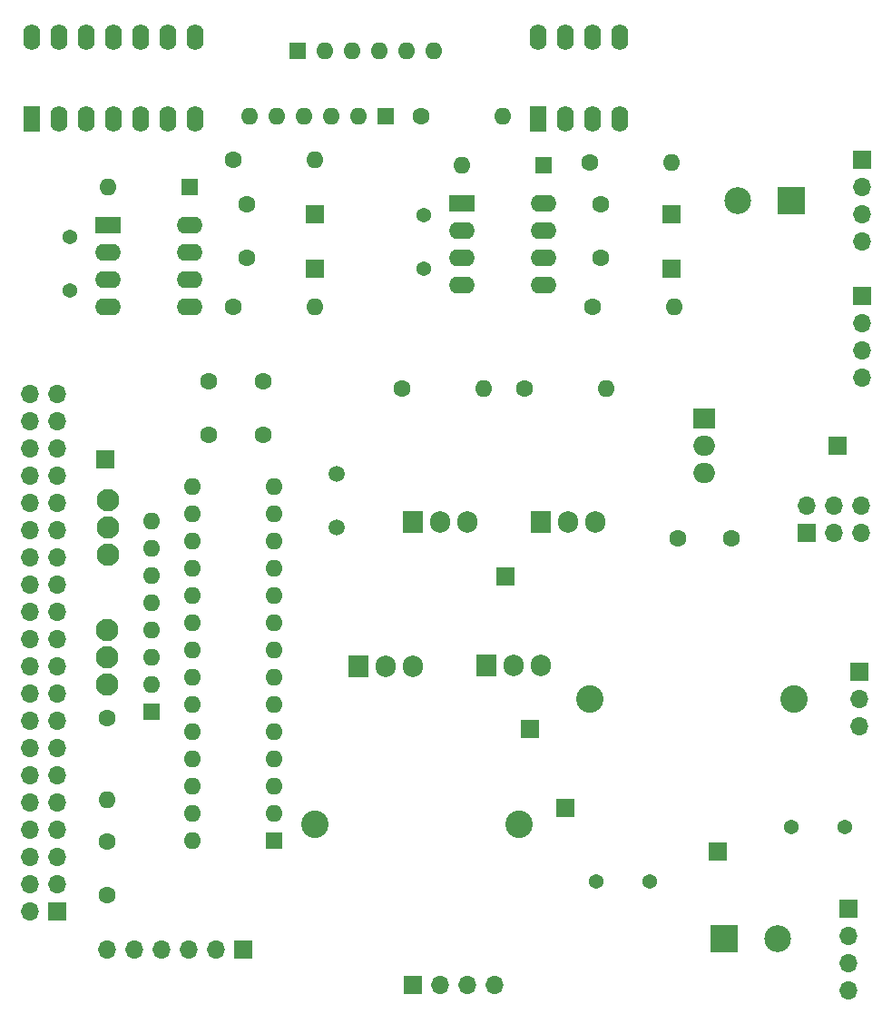
<source format=gbs>
G04 #@! TF.GenerationSoftware,KiCad,Pcbnew,7.0.1*
G04 #@! TF.CreationDate,2023-11-10T14:13:51-08:00*
G04 #@! TF.ProjectId,AtInverter_v1,4174496e-7665-4727-9465-725f76312e6b,v1*
G04 #@! TF.SameCoordinates,Original*
G04 #@! TF.FileFunction,Soldermask,Bot*
G04 #@! TF.FilePolarity,Negative*
%FSLAX46Y46*%
G04 Gerber Fmt 4.6, Leading zero omitted, Abs format (unit mm)*
G04 Created by KiCad (PCBNEW 7.0.1) date 2023-11-10 14:13:51*
%MOMM*%
%LPD*%
G01*
G04 APERTURE LIST*
%ADD10C,1.371600*%
%ADD11R,1.700000X1.700000*%
%ADD12C,1.600000*%
%ADD13O,1.600000X1.600000*%
%ADD14C,2.565400*%
%ADD15R,1.905000X2.000000*%
%ADD16O,1.905000X2.000000*%
%ADD17O,1.700000X1.700000*%
%ADD18R,1.600000X1.600000*%
%ADD19C,2.100000*%
%ADD20R,1.600000X2.400000*%
%ADD21O,1.600000X2.400000*%
%ADD22R,2.400000X1.600000*%
%ADD23O,2.400000X1.600000*%
%ADD24C,1.500000*%
%ADD25R,2.500000X2.500000*%
%ADD26C,2.500000*%
%ADD27R,2.000000X1.905000*%
%ADD28O,2.000000X1.905000*%
G04 APERTURE END LIST*
D10*
X70851000Y-63042000D03*
X70851000Y-68042000D03*
D11*
X117094000Y-116332000D03*
D12*
X74295000Y-107950000D03*
D13*
X74295000Y-115570000D03*
D14*
X138430000Y-106172000D03*
X119380000Y-106172000D03*
D15*
X114808000Y-89662000D03*
D16*
X117348000Y-89662000D03*
X119888000Y-89662000D03*
D13*
X127254000Y-69596000D03*
D12*
X119634000Y-69596000D03*
D11*
X131318000Y-120396000D03*
X144780000Y-68590000D03*
D17*
X144780000Y-71130000D03*
X144780000Y-73670000D03*
X144780000Y-76210000D03*
D18*
X115062000Y-56388000D03*
D13*
X107442000Y-56388000D03*
D11*
X127000000Y-66040000D03*
D10*
X103901000Y-61000000D03*
X103901000Y-66000000D03*
D18*
X89916000Y-119380000D03*
D13*
X89916000Y-116840000D03*
X89916000Y-114300000D03*
X89916000Y-111760000D03*
X89916000Y-109220000D03*
X89916000Y-106680000D03*
X89916000Y-104140000D03*
X89916000Y-101600000D03*
X89916000Y-99060000D03*
X89916000Y-96520000D03*
X89916000Y-93980000D03*
X89916000Y-91440000D03*
X89916000Y-88900000D03*
X89916000Y-86360000D03*
X82296000Y-86360000D03*
X82296000Y-88900000D03*
X82296000Y-91440000D03*
X82296000Y-93980000D03*
X82296000Y-96520000D03*
X82296000Y-99060000D03*
X82296000Y-101600000D03*
X82296000Y-104140000D03*
X82296000Y-106680000D03*
X82296000Y-109220000D03*
X82296000Y-111760000D03*
X82296000Y-114300000D03*
X82296000Y-116840000D03*
X82296000Y-119380000D03*
D12*
X74295000Y-124460000D03*
X74295000Y-119460000D03*
D18*
X78486000Y-107315000D03*
D13*
X78486000Y-104775000D03*
X78486000Y-102235000D03*
X78486000Y-99695000D03*
X78486000Y-97155000D03*
X78486000Y-94615000D03*
X78486000Y-92075000D03*
X78486000Y-89535000D03*
X120904000Y-77216000D03*
D12*
X113284000Y-77216000D03*
D19*
X74295000Y-104775000D03*
X74295000Y-102235000D03*
X74295000Y-99695000D03*
D15*
X109728000Y-103053000D03*
D16*
X112268000Y-103053000D03*
X114808000Y-103053000D03*
D20*
X67310000Y-52070000D03*
D21*
X69850000Y-52070000D03*
X72390000Y-52070000D03*
X74930000Y-52070000D03*
X77470000Y-52070000D03*
X80010000Y-52070000D03*
X82550000Y-52070000D03*
X82550000Y-44450000D03*
X80010000Y-44450000D03*
X77470000Y-44450000D03*
X74930000Y-44450000D03*
X72390000Y-44450000D03*
X69850000Y-44450000D03*
X67310000Y-44450000D03*
D19*
X74422000Y-92710000D03*
X74422000Y-90170000D03*
X74422000Y-87630000D03*
D15*
X97790000Y-103124000D03*
D16*
X100330000Y-103124000D03*
X102870000Y-103124000D03*
D11*
X93726000Y-66040000D03*
D12*
X86106000Y-69596000D03*
D13*
X93726000Y-69596000D03*
D12*
X83820000Y-81494000D03*
X83820000Y-76494000D03*
D11*
X139573000Y-90678000D03*
D17*
X139573000Y-88138000D03*
X142113000Y-90678000D03*
X142113000Y-88138000D03*
X144653000Y-90678000D03*
X144653000Y-88138000D03*
D20*
X114564000Y-52085000D03*
D21*
X117104000Y-52085000D03*
X119644000Y-52085000D03*
X122184000Y-52085000D03*
X122184000Y-44465000D03*
X119644000Y-44465000D03*
X117104000Y-44465000D03*
X114564000Y-44465000D03*
D13*
X127000000Y-56134000D03*
D12*
X119380000Y-56134000D03*
D22*
X107442000Y-59944000D03*
D23*
X107442000Y-62484000D03*
X107442000Y-65024000D03*
X107442000Y-67564000D03*
X115062000Y-67564000D03*
X115062000Y-65024000D03*
X115062000Y-62484000D03*
X115062000Y-59944000D03*
D12*
X103632000Y-51816000D03*
D13*
X111252000Y-51816000D03*
D24*
X95758000Y-90130000D03*
X95758000Y-85130000D03*
D13*
X104775000Y-45720000D03*
X102235000Y-45720000D03*
X99695000Y-45720000D03*
X97155000Y-45720000D03*
X94615000Y-45720000D03*
D18*
X92075000Y-45720000D03*
D11*
X113792000Y-108966000D03*
D12*
X132548000Y-91186000D03*
X127548000Y-91186000D03*
D11*
X142494000Y-82550000D03*
D18*
X82027000Y-58430000D03*
D13*
X74407000Y-58430000D03*
D10*
X124968000Y-123190000D03*
X119968000Y-123190000D03*
D14*
X112776000Y-117856000D03*
X93726000Y-117856000D03*
D10*
X138129000Y-118110000D03*
X143129000Y-118110000D03*
D22*
X74407000Y-61986000D03*
D23*
X74407000Y-64526000D03*
X74407000Y-67066000D03*
X74407000Y-69606000D03*
X82027000Y-69606000D03*
X82027000Y-67066000D03*
X82027000Y-64526000D03*
X82027000Y-61986000D03*
D12*
X86106000Y-55880000D03*
D13*
X93726000Y-55880000D03*
D25*
X138136000Y-59690000D03*
D26*
X133136000Y-59690000D03*
D11*
X144526000Y-103632000D03*
D17*
X144526000Y-106172000D03*
X144526000Y-108712000D03*
D12*
X87361000Y-59984000D03*
X87361000Y-64984000D03*
X120396000Y-59984000D03*
X120396000Y-64984000D03*
D11*
X111506000Y-94742000D03*
X86995000Y-129540000D03*
D17*
X84455000Y-129540000D03*
X81915000Y-129540000D03*
X79375000Y-129540000D03*
X76835000Y-129540000D03*
X74295000Y-129540000D03*
D11*
X143510000Y-125730000D03*
D17*
X143510000Y-128270000D03*
X143510000Y-130810000D03*
X143510000Y-133350000D03*
D11*
X93711000Y-60960000D03*
X102870000Y-132842000D03*
D17*
X105410000Y-132842000D03*
X107950000Y-132842000D03*
X110490000Y-132842000D03*
D11*
X144780000Y-55890000D03*
D17*
X144780000Y-58430000D03*
X144780000Y-60970000D03*
X144780000Y-63510000D03*
D15*
X102870000Y-89662000D03*
D16*
X105410000Y-89662000D03*
X107950000Y-89662000D03*
D27*
X130048000Y-80010000D03*
D28*
X130048000Y-82550000D03*
X130048000Y-85090000D03*
D25*
X131906000Y-128524000D03*
D26*
X136906000Y-128524000D03*
D18*
X100330000Y-51816000D03*
D13*
X97790000Y-51816000D03*
X95250000Y-51816000D03*
X92710000Y-51816000D03*
X90170000Y-51816000D03*
X87630000Y-51816000D03*
D11*
X127000000Y-60960000D03*
D12*
X88900000Y-76494000D03*
X88900000Y-81494000D03*
D11*
X74168000Y-83820000D03*
D13*
X109474000Y-77216000D03*
D12*
X101854000Y-77216000D03*
D11*
X69710000Y-125940000D03*
D17*
X67170000Y-125940000D03*
X69710000Y-123400000D03*
X67170000Y-123400000D03*
X69710000Y-120860000D03*
X67170000Y-120860000D03*
X69710000Y-118320000D03*
X67170000Y-118320000D03*
X69710000Y-115780000D03*
X67170000Y-115780000D03*
X69710000Y-113240000D03*
X67170000Y-113240000D03*
X69710000Y-110700000D03*
X67170000Y-110700000D03*
X69710000Y-108160000D03*
X67170000Y-108160000D03*
X69710000Y-105620000D03*
X67170000Y-105620000D03*
X69710000Y-103080000D03*
X67170000Y-103080000D03*
X69710000Y-100540000D03*
X67170000Y-100540000D03*
X69710000Y-98000000D03*
X67170000Y-98000000D03*
X69710000Y-95460000D03*
X67170000Y-95460000D03*
X69710000Y-92920000D03*
X67170000Y-92920000D03*
X69710000Y-90380000D03*
X67170000Y-90380000D03*
X69710000Y-87840000D03*
X67170000Y-87840000D03*
X69710000Y-85300000D03*
X67170000Y-85300000D03*
X69710000Y-82760000D03*
X67170000Y-82760000D03*
X69710000Y-80220000D03*
X67170000Y-80220000D03*
X69710000Y-77680000D03*
X67170000Y-77680000D03*
M02*

</source>
